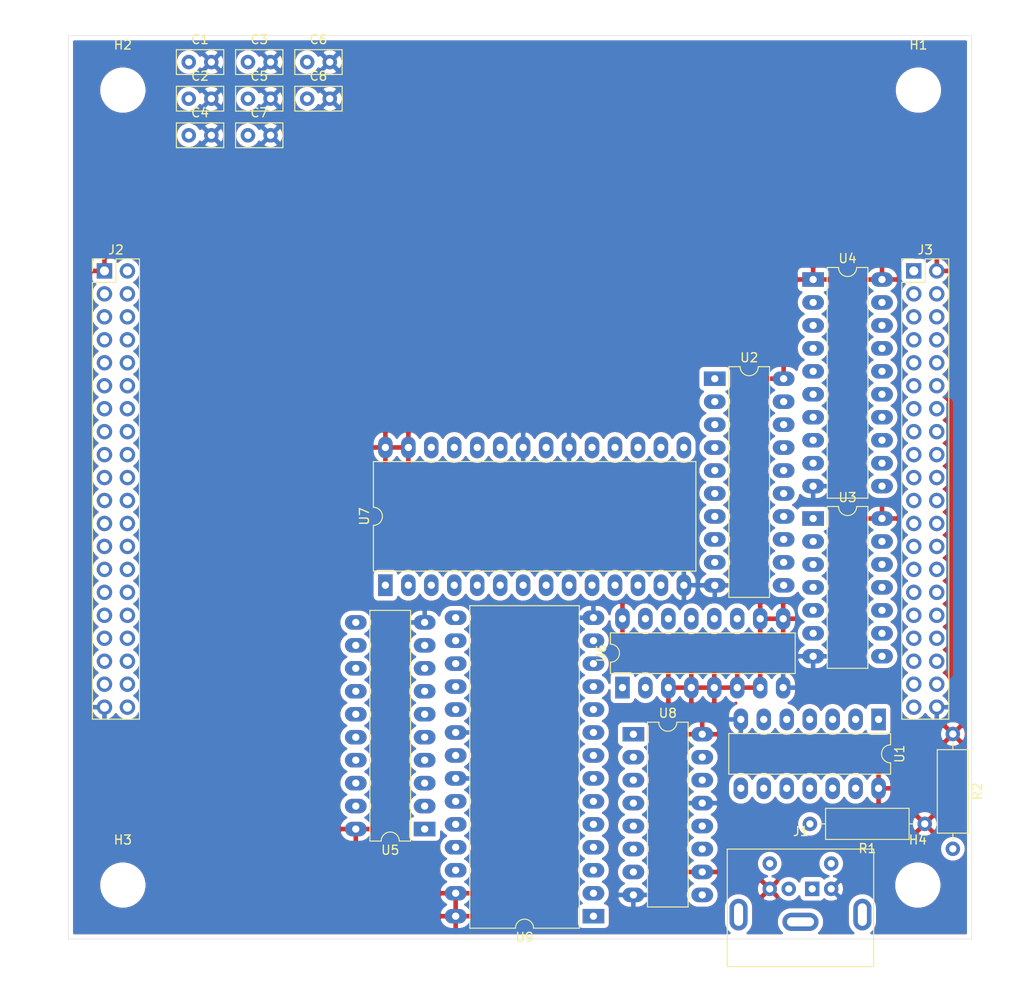
<source format=kicad_pcb>
(kicad_pcb (version 20171130) (host pcbnew "(5.1.4)-1")
  (layers (0 F.Cu signal) (31 B.Cu signal) (34 B.Paste user) (35 F.Paste user) (36 B.SilkS user) (37 F.SilkS user) (38 B.Mask user) (39 F.Mask user) (44 Edge.Cuts user))
  (net 0 "")
  (net 1 GND)
  (net 2 "Net-(C1-Pad1)")
  (net 3 +5V)
  (net 4 CU_CtrlLn11)
  (net 5 "Net-(J2-Pad3)")
  (net 6 CU_CtrlLn10)
  (net 7 "Net-(J2-Pad5)")
  (net 8 CU_CtrlLn9)
  (net 9 "Net-(J2-Pad7)")
  (net 10 CU_CtrlLn8)
  (net 11 "Net-(J2-Pad9)")
  (net 12 CU_CtrlLn7)
  (net 13 CLK_OUT)
  (net 14 CU_CtrlLn6)
  (net 15 Bus_0)
  (net 16 CU_CtrlLn5)
  (net 17 Bus_1)
  (net 18 CU_CtrlLn12)
  (net 19 Bus_2)
  (net 20 CU_CtrlLn13)
  (net 21 Bus_3)
  (net 22 CU_CtrlLn14)
  (net 23 Bus_4)
  (net 24 CU_CtrlLn15)
  (net 25 Bus_5)
  (net 26 CU_CtrlLn16)
  (net 27 Bus_6)
  (net 28 CU_CtrlLn17)
  (net 29 Bus_7)
  (net 30 CU_CtrlLn18)
  (net 31 M_RST)
  (net 32 CU_CtrlLn19)
  (net 33 "Net-(J2-Pad31)")
  (net 34 "Net-(J2-Pad32)")
  (net 35 "Net-(J2-Pad33)")
  (net 36 "Net-(J2-Pad34)")
  (net 37 "Net-(J2-Pad35)")
  (net 38 "Net-(J2-Pad36)")
  (net 39 "Net-(J2-Pad37)")
  (net 40 "Net-(J2-Pad38)")
  (net 41 "Net-(J2-Pad40)")
  (net 42 CU_MuEx_CtrlLn2)
  (net 43 CU_MuEx_CtrlLn3)
  (net 44 CU_MuEx_CtrlLn10)
  (net 45 CU_MuEx_CtrlLn4)
  (net 46 CU_MuEx_CtrlLn11)
  (net 47 CU_MuEx_CtrlLn5)
  (net 48 CU_MuEx_CtrlLn12)
  (net 49 CU_MuEx_CtrlLn6)
  (net 50 CU_MuEx_CtrlLn13)
  (net 51 CU_MuEx_CtrlLn7)
  (net 52 CU_MuEx_CtrlLn8)
  (net 53 CU_MuEx_CtrlLn9)
  (net 54 "Net-(J3-Pad17)")
  (net 55 "Net-(J3-Pad19)")
  (net 56 "Net-(J3-Pad21)")
  (net 57 KF)
  (net 58 EF)
  (net 59 CF)
  (net 60 CU_CtrlLn23)
  (net 61 CU_CtrlLn24)
  (net 62 CU_CtrlLn25)
  (net 63 "Net-(J3-Pad33)")
  (net 64 CU_CtrlLn26)
  (net 65 CU_CtrlLn20)
  (net 66 CU_CtrlLn27)
  (net 67 CU_CtrlLn21)
  (net 68 CU_MuEx_CtrlLn14)
  (net 69 CU_CtrlLn22)
  (net 70 PS2_D)
  (net 71 PS2_CLK)
  (net 72 "Net-(J1-Pad2)")
  (net 73 "Net-(J1-Pad1)")
  (net 74 Cntr_1)
  (net 75 "Net-(U1-Pad10)")
  (net 76 Cntr_3)
  (net 77 Cntr_Rst)
  (net 78 Cntr_0)
  (net 79 ASCII_Set)
  (net 80 "Net-(U1-Pad9)")
  (net 81 State_Output)
  (net 82 Shift_Latch)
  (net 83 "Net-(U2-Pad19)")
  (net 84 "Net-(U2-Pad9)")
  (net 85 ASCII_Bit_7)
  (net 86 ASCII_Bit_3)
  (net 87 ASCII_Bit_6)
  (net 88 ASCII_Bit_2)
  (net 89 "Net-(U2-Pad16)")
  (net 90 "Net-(U2-Pad6)")
  (net 91 "Net-(U2-Pad15)")
  (net 92 "Net-(U2-Pad5)")
  (net 93 ASCII_Bit_5)
  (net 94 ASCII_Bit_1)
  (net 95 ASCII_Bit_4)
  (net 96 ASCII_Bit_0)
  (net 97 "Net-(U2-Pad12)")
  (net 98 "Net-(U2-Pad2)")
  (net 99 "Net-(U3-Pad10)")
  (net 100 "Net-(U3-Pad1)")
  (net 101 "Net-(U5-Pad19)")
  (net 102 State_Break)
  (net 103 "Net-(U5-Pad18)")
  (net 104 State_Break_O)
  (net 105 State_Extra2_O)
  (net 106 State_Alt_O)
  (net 107 State_Extra2)
  (net 108 State_Alt)
  (net 109 State_Extra1)
  (net 110 State_Shift)
  (net 111 State_Extra1_O)
  (net 112 State_Shift_O)
  (net 113 State_Extra0_O)
  (net 114 State_Ctrl_O)
  (net 115 State_Extra0)
  (net 116 State_Ctrl)
  (net 117 "Net-(U6-Pad15)")
  (net 118 Cntr_2)
  (net 119 PS2_Bit_0)
  (net 120 PS2_Bit_1)
  (net 121 PS2_Bit_2)
  (net 122 PS2_Bit_3)
  (net 123 PS2_Bit_4)
  (net 124 PS2_Bit_5)
  (net 125 PS2_Bit_6)
  (net 126 PS2_Bit_7)
  (net 127 "Net-(U8-Pad9)")
  (module Package_DIP:DIP-28_W15.24mm_LongPads (layer F.Cu) (at 86.6902 122.2756 180)
    (fp_text reference U9 (at 7.62 -2.33) (layer F.SilkS))
    (fp_text value 28C256)
    (pad 28 thru_hole oval (at 15.24 0 180) (size 2.4 1.6) (drill 0.8) (layers *.Cu *.Mask) (net 3 +5V))
    (pad 14 thru_hole oval (at 0 33.02 180) (size 2.4 1.6) (drill 0.8) (layers *.Cu *.Mask) (net 1 GND))
    (pad 27 thru_hole oval (at 15.24 2.54 180) (size 2.4 1.6) (drill 0.8) (layers *.Cu *.Mask) (net 3 +5V))
    (pad 13 thru_hole oval (at 0 30.48 180) (size 2.4 1.6) (drill 0.8) (layers *.Cu *.Mask) (net 106 State_Alt_O))
    (pad 26 thru_hole oval (at 15.24 5.08 180) (size 2.4 1.6) (drill 0.8) (layers *.Cu *.Mask) (net 109 State_Extra1))
    (pad 12 thru_hole oval (at 0 27.94 180) (size 2.4 1.6) (drill 0.8) (layers *.Cu *.Mask) (net 112 State_Shift_O))
    (pad 25 thru_hole oval (at 15.24 7.62 180) (size 2.4 1.6) (drill 0.8) (layers *.Cu *.Mask) (net 116 State_Ctrl))
    (pad 11 thru_hole oval (at 0 25.4 180) (size 2.4 1.6) (drill 0.8) (layers *.Cu *.Mask) (net 114 State_Ctrl_O))
    (pad 24 thru_hole oval (at 15.24 10.16 180) (size 2.4 1.6) (drill 0.8) (layers *.Cu *.Mask) (net 110 State_Shift))
    (pad 10 thru_hole oval (at 0 22.86 180) (size 2.4 1.6) (drill 0.8) (layers *.Cu *.Mask) (net 119 PS2_Bit_0))
    (pad 23 thru_hole oval (at 15.24 12.7 180) (size 2.4 1.6) (drill 0.8) (layers *.Cu *.Mask) (net 102 State_Break))
    (pad 9 thru_hole oval (at 0 20.32 180) (size 2.4 1.6) (drill 0.8) (layers *.Cu *.Mask) (net 120 PS2_Bit_1))
    (pad 22 thru_hole oval (at 15.24 15.24 180) (size 2.4 1.6) (drill 0.8) (layers *.Cu *.Mask) (net 1 GND))
    (pad 8 thru_hole oval (at 0 17.78 180) (size 2.4 1.6) (drill 0.8) (layers *.Cu *.Mask) (net 121 PS2_Bit_2))
    (pad 21 thru_hole oval (at 15.24 17.78 180) (size 2.4 1.6) (drill 0.8) (layers *.Cu *.Mask) (net 108 State_Alt))
    (pad 7 thru_hole oval (at 0 15.24 180) (size 2.4 1.6) (drill 0.8) (layers *.Cu *.Mask) (net 122 PS2_Bit_3))
    (pad 20 thru_hole oval (at 15.24 20.32 180) (size 2.4 1.6) (drill 0.8) (layers *.Cu *.Mask) (net 1 GND))
    (pad 6 thru_hole oval (at 0 12.7 180) (size 2.4 1.6) (drill 0.8) (layers *.Cu *.Mask) (net 123 PS2_Bit_4))
    (pad 19 thru_hole oval (at 15.24 22.86 180) (size 2.4 1.6) (drill 0.8) (layers *.Cu *.Mask) (net 81 State_Output))
    (pad 5 thru_hole oval (at 0 10.16 180) (size 2.4 1.6) (drill 0.8) (layers *.Cu *.Mask) (net 124 PS2_Bit_5))
    (pad 18 thru_hole oval (at 15.24 25.4 180) (size 2.4 1.6) (drill 0.8) (layers *.Cu *.Mask) (net 105 State_Extra2_O))
    (pad 4 thru_hole oval (at 0 7.62 180) (size 2.4 1.6) (drill 0.8) (layers *.Cu *.Mask) (net 125 PS2_Bit_6))
    (pad 17 thru_hole oval (at 15.24 27.94 180) (size 2.4 1.6) (drill 0.8) (layers *.Cu *.Mask) (net 111 State_Extra1_O))
    (pad 3 thru_hole oval (at 0 5.08 180) (size 2.4 1.6) (drill 0.8) (layers *.Cu *.Mask) (net 126 PS2_Bit_7))
    (pad 16 thru_hole oval (at 15.24 30.48 180) (size 2.4 1.6) (drill 0.8) (layers *.Cu *.Mask) (net 113 State_Extra0_O))
    (pad 2 thru_hole oval (at 0 2.54 180) (size 2.4 1.6) (drill 0.8) (layers *.Cu *.Mask) (net 115 State_Extra0))
    (pad 15 thru_hole oval (at 15.24 33.02 180) (size 2.4 1.6) (drill 0.8) (layers *.Cu *.Mask) (net 104 State_Break_O))
    (pad 1 thru_hole rect (at 0 0 180) (size 2.4 1.6) (drill 0.8) (layers *.Cu *.Mask) (net 107 State_Extra2))
  )
  (module Package_DIP:DIP-16_W7.62mm_LongPads (layer F.Cu) (at 91.1098 102.1461)
    (fp_text reference U8 (at 3.81 -2.33) (layer F.SilkS))
    (fp_text value 74LS595)
    (pad 16 thru_hole oval (at 7.62 0) (size 2.4 1.6) (drill 0.8) (layers *.Cu *.Mask) (net 3 +5V))
    (pad 8 thru_hole oval (at 0 17.78) (size 2.4 1.6) (drill 0.8) (layers *.Cu *.Mask) (net 1 GND))
    (pad 15 thru_hole oval (at 7.62 2.54) (size 2.4 1.6) (drill 0.8) (layers *.Cu *.Mask) (net 119 PS2_Bit_0))
    (pad 7 thru_hole oval (at 0 15.24) (size 2.4 1.6) (drill 0.8) (layers *.Cu *.Mask) (net 126 PS2_Bit_7))
    (pad 14 thru_hole oval (at 7.62 5.08) (size 2.4 1.6) (drill 0.8) (layers *.Cu *.Mask) (net 70 PS2_D))
    (pad 6 thru_hole oval (at 0 12.7) (size 2.4 1.6) (drill 0.8) (layers *.Cu *.Mask) (net 125 PS2_Bit_6))
    (pad 13 thru_hole oval (at 7.62 7.62) (size 2.4 1.6) (drill 0.8) (layers *.Cu *.Mask) (net 1 GND))
    (pad 5 thru_hole oval (at 0 10.16) (size 2.4 1.6) (drill 0.8) (layers *.Cu *.Mask) (net 124 PS2_Bit_5))
    (pad 12 thru_hole oval (at 7.62 10.16) (size 2.4 1.6) (drill 0.8) (layers *.Cu *.Mask) (net 82 Shift_Latch))
    (pad 4 thru_hole oval (at 0 7.62) (size 2.4 1.6) (drill 0.8) (layers *.Cu *.Mask) (net 123 PS2_Bit_4))
    (pad 11 thru_hole oval (at 7.62 12.7) (size 2.4 1.6) (drill 0.8) (layers *.Cu *.Mask) (net 71 PS2_CLK))
    (pad 3 thru_hole oval (at 0 5.08) (size 2.4 1.6) (drill 0.8) (layers *.Cu *.Mask) (net 122 PS2_Bit_3))
    (pad 10 thru_hole oval (at 7.62 15.24) (size 2.4 1.6) (drill 0.8) (layers *.Cu *.Mask) (net 3 +5V))
    (pad 2 thru_hole oval (at 0 2.54) (size 2.4 1.6) (drill 0.8) (layers *.Cu *.Mask) (net 121 PS2_Bit_2))
    (pad 9 thru_hole oval (at 7.62 17.78) (size 2.4 1.6) (drill 0.8) (layers *.Cu *.Mask) (net 127 "Net-(U8-Pad9)"))
    (pad 1 thru_hole rect (at 0 0) (size 2.4 1.6) (drill 0.8) (layers *.Cu *.Mask) (net 120 PS2_Bit_1))
  )
  (module Package_DIP:DIP-28_W15.24mm_LongPads (layer F.Cu) (at 63.6778 85.6615 90)
    (fp_text reference U7 (at 7.62 -2.33 90) (layer F.SilkS))
    (fp_text value 28C256)
    (pad 28 thru_hole oval (at 15.24 0 90) (size 2.4 1.6) (drill 0.8) (layers *.Cu *.Mask) (net 3 +5V))
    (pad 14 thru_hole oval (at 0 33.02 90) (size 2.4 1.6) (drill 0.8) (layers *.Cu *.Mask) (net 1 GND))
    (pad 27 thru_hole oval (at 15.24 2.54 90) (size 2.4 1.6) (drill 0.8) (layers *.Cu *.Mask) (net 3 +5V))
    (pad 13 thru_hole oval (at 0 30.48 90) (size 2.4 1.6) (drill 0.8) (layers *.Cu *.Mask) (net 88 ASCII_Bit_2))
    (pad 26 thru_hole oval (at 15.24 5.08 90) (size 2.4 1.6) (drill 0.8) (layers *.Cu *.Mask) (net 109 State_Extra1))
    (pad 12 thru_hole oval (at 0 27.94 90) (size 2.4 1.6) (drill 0.8) (layers *.Cu *.Mask) (net 94 ASCII_Bit_1))
    (pad 25 thru_hole oval (at 15.24 7.62 90) (size 2.4 1.6) (drill 0.8) (layers *.Cu *.Mask) (net 116 State_Ctrl))
    (pad 11 thru_hole oval (at 0 25.4 90) (size 2.4 1.6) (drill 0.8) (layers *.Cu *.Mask) (net 96 ASCII_Bit_0))
    (pad 24 thru_hole oval (at 15.24 10.16 90) (size 2.4 1.6) (drill 0.8) (layers *.Cu *.Mask) (net 110 State_Shift))
    (pad 10 thru_hole oval (at 0 22.86 90) (size 2.4 1.6) (drill 0.8) (layers *.Cu *.Mask) (net 119 PS2_Bit_0))
    (pad 23 thru_hole oval (at 15.24 12.7 90) (size 2.4 1.6) (drill 0.8) (layers *.Cu *.Mask) (net 102 State_Break))
    (pad 9 thru_hole oval (at 0 20.32 90) (size 2.4 1.6) (drill 0.8) (layers *.Cu *.Mask) (net 120 PS2_Bit_1))
    (pad 22 thru_hole oval (at 15.24 15.24 90) (size 2.4 1.6) (drill 0.8) (layers *.Cu *.Mask) (net 1 GND))
    (pad 8 thru_hole oval (at 0 17.78 90) (size 2.4 1.6) (drill 0.8) (layers *.Cu *.Mask) (net 121 PS2_Bit_2))
    (pad 21 thru_hole oval (at 15.24 17.78 90) (size 2.4 1.6) (drill 0.8) (layers *.Cu *.Mask) (net 108 State_Alt))
    (pad 7 thru_hole oval (at 0 15.24 90) (size 2.4 1.6) (drill 0.8) (layers *.Cu *.Mask) (net 122 PS2_Bit_3))
    (pad 20 thru_hole oval (at 15.24 20.32 90) (size 2.4 1.6) (drill 0.8) (layers *.Cu *.Mask) (net 1 GND))
    (pad 6 thru_hole oval (at 0 12.7 90) (size 2.4 1.6) (drill 0.8) (layers *.Cu *.Mask) (net 123 PS2_Bit_4))
    (pad 19 thru_hole oval (at 15.24 22.86 90) (size 2.4 1.6) (drill 0.8) (layers *.Cu *.Mask) (net 85 ASCII_Bit_7))
    (pad 5 thru_hole oval (at 0 10.16 90) (size 2.4 1.6) (drill 0.8) (layers *.Cu *.Mask) (net 124 PS2_Bit_5))
    (pad 18 thru_hole oval (at 15.24 25.4 90) (size 2.4 1.6) (drill 0.8) (layers *.Cu *.Mask) (net 87 ASCII_Bit_6))
    (pad 4 thru_hole oval (at 0 7.62 90) (size 2.4 1.6) (drill 0.8) (layers *.Cu *.Mask) (net 125 PS2_Bit_6))
    (pad 17 thru_hole oval (at 15.24 27.94 90) (size 2.4 1.6) (drill 0.8) (layers *.Cu *.Mask) (net 93 ASCII_Bit_5))
    (pad 3 thru_hole oval (at 0 5.08 90) (size 2.4 1.6) (drill 0.8) (layers *.Cu *.Mask) (net 126 PS2_Bit_7))
    (pad 16 thru_hole oval (at 15.24 30.48 90) (size 2.4 1.6) (drill 0.8) (layers *.Cu *.Mask) (net 95 ASCII_Bit_4))
    (pad 2 thru_hole oval (at 0 2.54 90) (size 2.4 1.6) (drill 0.8) (layers *.Cu *.Mask) (net 115 State_Extra0))
    (pad 15 thru_hole oval (at 15.24 33.02 90) (size 2.4 1.6) (drill 0.8) (layers *.Cu *.Mask) (net 86 ASCII_Bit_3))
    (pad 1 thru_hole rect (at 0 0 90) (size 2.4 1.6) (drill 0.8) (layers *.Cu *.Mask) (net 107 State_Extra2))
  )
  (module Package_DIP:DIP-16_W7.62mm_LongPads (layer F.Cu) (at 89.9033 96.9899 90)
    (fp_text reference U6 (at 3.81 -2.33 90) (layer F.SilkS))
    (fp_text value 74LS161)
    (pad 16 thru_hole oval (at 7.62 0 90) (size 2.4 1.6) (drill 0.8) (layers *.Cu *.Mask) (net 3 +5V))
    (pad 8 thru_hole oval (at 0 17.78 90) (size 2.4 1.6) (drill 0.8) (layers *.Cu *.Mask) (net 1 GND))
    (pad 15 thru_hole oval (at 7.62 2.54 90) (size 2.4 1.6) (drill 0.8) (layers *.Cu *.Mask) (net 117 "Net-(U6-Pad15)"))
    (pad 7 thru_hole oval (at 0 15.24 90) (size 2.4 1.6) (drill 0.8) (layers *.Cu *.Mask) (net 3 +5V))
    (pad 14 thru_hole oval (at 7.62 5.08 90) (size 2.4 1.6) (drill 0.8) (layers *.Cu *.Mask) (net 78 Cntr_0))
    (pad 6 thru_hole oval (at 0 12.7 90) (size 2.4 1.6) (drill 0.8) (layers *.Cu *.Mask) (net 3 +5V))
    (pad 13 thru_hole oval (at 7.62 7.62 90) (size 2.4 1.6) (drill 0.8) (layers *.Cu *.Mask) (net 74 Cntr_1))
    (pad 5 thru_hole oval (at 0 10.16 90) (size 2.4 1.6) (drill 0.8) (layers *.Cu *.Mask) (net 3 +5V))
    (pad 12 thru_hole oval (at 7.62 10.16 90) (size 2.4 1.6) (drill 0.8) (layers *.Cu *.Mask) (net 118 Cntr_2))
    (pad 4 thru_hole oval (at 0 7.62 90) (size 2.4 1.6) (drill 0.8) (layers *.Cu *.Mask) (net 3 +5V))
    (pad 11 thru_hole oval (at 7.62 12.7 90) (size 2.4 1.6) (drill 0.8) (layers *.Cu *.Mask) (net 76 Cntr_3))
    (pad 3 thru_hole oval (at 0 5.08 90) (size 2.4 1.6) (drill 0.8) (layers *.Cu *.Mask) (net 3 +5V))
    (pad 10 thru_hole oval (at 7.62 15.24 90) (size 2.4 1.6) (drill 0.8) (layers *.Cu *.Mask) (net 3 +5V))
    (pad 2 thru_hole oval (at 0 2.54 90) (size 2.4 1.6) (drill 0.8) (layers *.Cu *.Mask) (net 71 PS2_CLK))
    (pad 9 thru_hole oval (at 7.62 17.78 90) (size 2.4 1.6) (drill 0.8) (layers *.Cu *.Mask) (net 3 +5V))
    (pad 1 thru_hole rect (at 0 0 90) (size 2.4 1.6) (drill 0.8) (layers *.Cu *.Mask) (net 77 Cntr_Rst))
  )
  (module Package_DIP:DIP-20_W7.62mm_LongPads (layer F.Cu) (at 68.0212 112.6363 180)
    (fp_text reference U5 (at 3.81 -2.33) (layer F.SilkS))
    (fp_text value 74LS273)
    (pad 20 thru_hole oval (at 7.62 0 180) (size 2.4 1.6) (drill 0.8) (layers *.Cu *.Mask) (net 3 +5V))
    (pad 10 thru_hole oval (at 0 22.86 180) (size 2.4 1.6) (drill 0.8) (layers *.Cu *.Mask) (net 1 GND))
    (pad 19 thru_hole oval (at 7.62 2.54 180) (size 2.4 1.6) (drill 0.8) (layers *.Cu *.Mask) (net 101 "Net-(U5-Pad19)"))
    (pad 9 thru_hole oval (at 0 20.32 180) (size 2.4 1.6) (drill 0.8) (layers *.Cu *.Mask) (net 102 State_Break))
    (pad 18 thru_hole oval (at 7.62 5.08 180) (size 2.4 1.6) (drill 0.8) (layers *.Cu *.Mask) (net 103 "Net-(U5-Pad18)"))
    (pad 8 thru_hole oval (at 0 17.78 180) (size 2.4 1.6) (drill 0.8) (layers *.Cu *.Mask) (net 104 State_Break_O))
    (pad 17 thru_hole oval (at 7.62 7.62 180) (size 2.4 1.6) (drill 0.8) (layers *.Cu *.Mask) (net 105 State_Extra2_O))
    (pad 7 thru_hole oval (at 0 15.24 180) (size 2.4 1.6) (drill 0.8) (layers *.Cu *.Mask) (net 106 State_Alt_O))
    (pad 16 thru_hole oval (at 7.62 10.16 180) (size 2.4 1.6) (drill 0.8) (layers *.Cu *.Mask) (net 107 State_Extra2))
    (pad 6 thru_hole oval (at 0 12.7 180) (size 2.4 1.6) (drill 0.8) (layers *.Cu *.Mask) (net 108 State_Alt))
    (pad 15 thru_hole oval (at 7.62 12.7 180) (size 2.4 1.6) (drill 0.8) (layers *.Cu *.Mask) (net 109 State_Extra1))
    (pad 5 thru_hole oval (at 0 10.16 180) (size 2.4 1.6) (drill 0.8) (layers *.Cu *.Mask) (net 110 State_Shift))
    (pad 14 thru_hole oval (at 7.62 15.24 180) (size 2.4 1.6) (drill 0.8) (layers *.Cu *.Mask) (net 111 State_Extra1_O))
    (pad 4 thru_hole oval (at 0 7.62 180) (size 2.4 1.6) (drill 0.8) (layers *.Cu *.Mask) (net 112 State_Shift_O))
    (pad 13 thru_hole oval (at 7.62 17.78 180) (size 2.4 1.6) (drill 0.8) (layers *.Cu *.Mask) (net 113 State_Extra0_O))
    (pad 3 thru_hole oval (at 0 5.08 180) (size 2.4 1.6) (drill 0.8) (layers *.Cu *.Mask) (net 114 State_Ctrl_O))
    (pad 12 thru_hole oval (at 7.62 20.32 180) (size 2.4 1.6) (drill 0.8) (layers *.Cu *.Mask) (net 115 State_Extra0))
    (pad 2 thru_hole oval (at 0 2.54 180) (size 2.4 1.6) (drill 0.8) (layers *.Cu *.Mask) (net 116 State_Ctrl))
    (pad 11 thru_hole oval (at 7.62 22.86 180) (size 2.4 1.6) (drill 0.8) (layers *.Cu *.Mask) (net 77 Cntr_Rst))
    (pad 1 thru_hole rect (at 0 0 180) (size 2.4 1.6) (drill 0.8) (layers *.Cu *.Mask) (net 31 M_RST))
  )
  (module Package_DIP:DIP-20_W7.62mm_LongPads (layer F.Cu) (at 110.998 51.8414)
    (fp_text reference U4 (at 3.81 -2.33) (layer F.SilkS))
    (fp_text value 74LS245)
    (pad 20 thru_hole oval (at 7.62 0) (size 2.4 1.6) (drill 0.8) (layers *.Cu *.Mask) (net 3 +5V))
    (pad 10 thru_hole oval (at 0 22.86) (size 2.4 1.6) (drill 0.8) (layers *.Cu *.Mask) (net 1 GND))
    (pad 19 thru_hole oval (at 7.62 2.54) (size 2.4 1.6) (drill 0.8) (layers *.Cu *.Mask) (net 100 "Net-(U3-Pad1)"))
    (pad 9 thru_hole oval (at 0 20.32) (size 2.4 1.6) (drill 0.8) (layers *.Cu *.Mask) (net 83 "Net-(U2-Pad19)"))
    (pad 18 thru_hole oval (at 7.62 5.08) (size 2.4 1.6) (drill 0.8) (layers *.Cu *.Mask) (net 15 Bus_0))
    (pad 8 thru_hole oval (at 0 17.78) (size 2.4 1.6) (drill 0.8) (layers *.Cu *.Mask) (net 89 "Net-(U2-Pad16)"))
    (pad 17 thru_hole oval (at 7.62 7.62) (size 2.4 1.6) (drill 0.8) (layers *.Cu *.Mask) (net 17 Bus_1))
    (pad 7 thru_hole oval (at 0 15.24) (size 2.4 1.6) (drill 0.8) (layers *.Cu *.Mask) (net 91 "Net-(U2-Pad15)"))
    (pad 16 thru_hole oval (at 7.62 10.16) (size 2.4 1.6) (drill 0.8) (layers *.Cu *.Mask) (net 19 Bus_2))
    (pad 6 thru_hole oval (at 0 12.7) (size 2.4 1.6) (drill 0.8) (layers *.Cu *.Mask) (net 97 "Net-(U2-Pad12)"))
    (pad 15 thru_hole oval (at 7.62 12.7) (size 2.4 1.6) (drill 0.8) (layers *.Cu *.Mask) (net 21 Bus_3))
    (pad 5 thru_hole oval (at 0 10.16) (size 2.4 1.6) (drill 0.8) (layers *.Cu *.Mask) (net 84 "Net-(U2-Pad9)"))
    (pad 14 thru_hole oval (at 7.62 15.24) (size 2.4 1.6) (drill 0.8) (layers *.Cu *.Mask) (net 23 Bus_4))
    (pad 4 thru_hole oval (at 0 7.62) (size 2.4 1.6) (drill 0.8) (layers *.Cu *.Mask) (net 90 "Net-(U2-Pad6)"))
    (pad 13 thru_hole oval (at 7.62 17.78) (size 2.4 1.6) (drill 0.8) (layers *.Cu *.Mask) (net 25 Bus_5))
    (pad 3 thru_hole oval (at 0 5.08) (size 2.4 1.6) (drill 0.8) (layers *.Cu *.Mask) (net 92 "Net-(U2-Pad5)"))
    (pad 12 thru_hole oval (at 7.62 20.32) (size 2.4 1.6) (drill 0.8) (layers *.Cu *.Mask) (net 27 Bus_6))
    (pad 2 thru_hole oval (at 0 2.54) (size 2.4 1.6) (drill 0.8) (layers *.Cu *.Mask) (net 98 "Net-(U2-Pad2)"))
    (pad 11 thru_hole oval (at 7.62 22.86) (size 2.4 1.6) (drill 0.8) (layers *.Cu *.Mask) (net 29 Bus_7))
    (pad 1 thru_hole rect (at 0 0) (size 2.4 1.6) (drill 0.8) (layers *.Cu *.Mask) (net 3 +5V))
  )
  (module Package_DIP:DIP-14_W7.62mm_LongPads (layer F.Cu) (at 110.998 78.2828)
    (fp_text reference U3 (at 3.81 -2.33) (layer F.SilkS))
    (fp_text value 7402)
    (pad 14 thru_hole oval (at 7.62 0) (size 2.4 1.6) (drill 0.8) (layers *.Cu *.Mask) (net 3 +5V))
    (pad 7 thru_hole oval (at 0 15.24) (size 2.4 1.6) (drill 0.8) (layers *.Cu *.Mask) (net 1 GND))
    (pad 13 thru_hole oval (at 7.62 2.54) (size 2.4 1.6) (drill 0.8) (layers *.Cu *.Mask) (net 80 "Net-(U1-Pad9)"))
    (pad 6 thru_hole oval (at 0 12.7) (size 2.4 1.6) (drill 0.8) (layers *.Cu *.Mask) (net 99 "Net-(U3-Pad10)"))
    (pad 12 thru_hole oval (at 7.62 5.08) (size 2.4 1.6) (drill 0.8) (layers *.Cu *.Mask) (net 74 Cntr_1))
    (pad 5 thru_hole oval (at 0 10.16) (size 2.4 1.6) (drill 0.8) (layers *.Cu *.Mask) (net 49 CU_MuEx_CtrlLn6))
    (pad 11 thru_hole oval (at 7.62 7.62) (size 2.4 1.6) (drill 0.8) (layers *.Cu *.Mask) (net 74 Cntr_1))
    (pad 4 thru_hole oval (at 0 7.62) (size 2.4 1.6) (drill 0.8) (layers *.Cu *.Mask) (net 57 KF))
    (pad 10 thru_hole oval (at 7.62 10.16) (size 2.4 1.6) (drill 0.8) (layers *.Cu *.Mask) (net 99 "Net-(U3-Pad10)"))
    (pad 3 thru_hole oval (at 0 5.08) (size 2.4 1.6) (drill 0.8) (layers *.Cu *.Mask) (net 49 CU_MuEx_CtrlLn6))
    (pad 9 thru_hole oval (at 7.62 12.7) (size 2.4 1.6) (drill 0.8) (layers *.Cu *.Mask) (net 79 ASCII_Set))
    (pad 2 thru_hole oval (at 0 2.54) (size 2.4 1.6) (drill 0.8) (layers *.Cu *.Mask) (net 49 CU_MuEx_CtrlLn6))
    (pad 8 thru_hole oval (at 7.62 15.24) (size 2.4 1.6) (drill 0.8) (layers *.Cu *.Mask) (net 57 KF))
    (pad 1 thru_hole rect (at 0 0) (size 2.4 1.6) (drill 0.8) (layers *.Cu *.Mask) (net 100 "Net-(U3-Pad1)"))
  )
  (module Package_DIP:DIP-20_W7.62mm_LongPads (layer F.Cu) (at 100.1141 62.8142)
    (fp_text reference U2 (at 3.81 -2.33) (layer F.SilkS))
    (fp_text value 74LS273)
    (pad 20 thru_hole oval (at 7.62 0) (size 2.4 1.6) (drill 0.8) (layers *.Cu *.Mask) (net 3 +5V))
    (pad 10 thru_hole oval (at 0 22.86) (size 2.4 1.6) (drill 0.8) (layers *.Cu *.Mask) (net 1 GND))
    (pad 19 thru_hole oval (at 7.62 2.54) (size 2.4 1.6) (drill 0.8) (layers *.Cu *.Mask) (net 83 "Net-(U2-Pad19)"))
    (pad 9 thru_hole oval (at 0 20.32) (size 2.4 1.6) (drill 0.8) (layers *.Cu *.Mask) (net 84 "Net-(U2-Pad9)"))
    (pad 18 thru_hole oval (at 7.62 5.08) (size 2.4 1.6) (drill 0.8) (layers *.Cu *.Mask) (net 85 ASCII_Bit_7))
    (pad 8 thru_hole oval (at 0 17.78) (size 2.4 1.6) (drill 0.8) (layers *.Cu *.Mask) (net 86 ASCII_Bit_3))
    (pad 17 thru_hole oval (at 7.62 7.62) (size 2.4 1.6) (drill 0.8) (layers *.Cu *.Mask) (net 87 ASCII_Bit_6))
    (pad 7 thru_hole oval (at 0 15.24) (size 2.4 1.6) (drill 0.8) (layers *.Cu *.Mask) (net 88 ASCII_Bit_2))
    (pad 16 thru_hole oval (at 7.62 10.16) (size 2.4 1.6) (drill 0.8) (layers *.Cu *.Mask) (net 89 "Net-(U2-Pad16)"))
    (pad 6 thru_hole oval (at 0 12.7) (size 2.4 1.6) (drill 0.8) (layers *.Cu *.Mask) (net 90 "Net-(U2-Pad6)"))
    (pad 15 thru_hole oval (at 7.62 12.7) (size 2.4 1.6) (drill 0.8) (layers *.Cu *.Mask) (net 91 "Net-(U2-Pad15)"))
    (pad 5 thru_hole oval (at 0 10.16) (size 2.4 1.6) (drill 0.8) (layers *.Cu *.Mask) (net 92 "Net-(U2-Pad5)"))
    (pad 14 thru_hole oval (at 7.62 15.24) (size 2.4 1.6) (drill 0.8) (layers *.Cu *.Mask) (net 93 ASCII_Bit_5))
    (pad 4 thru_hole oval (at 0 7.62) (size 2.4 1.6) (drill 0.8) (layers *.Cu *.Mask) (net 94 ASCII_Bit_1))
    (pad 13 thru_hole oval (at 7.62 17.78) (size 2.4 1.6) (drill 0.8) (layers *.Cu *.Mask) (net 95 ASCII_Bit_4))
    (pad 3 thru_hole oval (at 0 5.08) (size 2.4 1.6) (drill 0.8) (layers *.Cu *.Mask) (net 96 ASCII_Bit_0))
    (pad 12 thru_hole oval (at 7.62 20.32) (size 2.4 1.6) (drill 0.8) (layers *.Cu *.Mask) (net 97 "Net-(U2-Pad12)"))
    (pad 2 thru_hole oval (at 0 2.54) (size 2.4 1.6) (drill 0.8) (layers *.Cu *.Mask) (net 98 "Net-(U2-Pad2)"))
    (pad 11 thru_hole oval (at 7.62 22.86) (size 2.4 1.6) (drill 0.8) (layers *.Cu *.Mask) (net 79 ASCII_Set))
    (pad 1 thru_hole rect (at 0 0) (size 2.4 1.6) (drill 0.8) (layers *.Cu *.Mask) (net 31 M_RST))
  )
  (module Package_DIP:DIP-14_W7.62mm_LongPads (layer F.Cu) (at 118.237 100.5078 270)
    (fp_text reference U1 (at 3.81 -2.33 90) (layer F.SilkS))
    (fp_text value 74LS08)
    (pad 14 thru_hole oval (at 7.62 0 270) (size 2.4 1.6) (drill 0.8) (layers *.Cu *.Mask) (net 3 +5V))
    (pad 7 thru_hole oval (at 0 15.24 270) (size 2.4 1.6) (drill 0.8) (layers *.Cu *.Mask) (net 1 GND))
    (pad 13 thru_hole oval (at 7.62 2.54 270) (size 2.4 1.6) (drill 0.8) (layers *.Cu *.Mask) (net 74 Cntr_1))
    (pad 6 thru_hole oval (at 0 12.7 270) (size 2.4 1.6) (drill 0.8) (layers *.Cu *.Mask) (net 75 "Net-(U1-Pad10)"))
    (pad 12 thru_hole oval (at 7.62 5.08 270) (size 2.4 1.6) (drill 0.8) (layers *.Cu *.Mask) (net 75 "Net-(U1-Pad10)"))
    (pad 5 thru_hole oval (at 0 10.16 270) (size 2.4 1.6) (drill 0.8) (layers *.Cu *.Mask) (net 76 Cntr_3))
    (pad 11 thru_hole oval (at 7.62 7.62 270) (size 2.4 1.6) (drill 0.8) (layers *.Cu *.Mask) (net 77 Cntr_Rst))
    (pad 4 thru_hole oval (at 0 7.62 270) (size 2.4 1.6) (drill 0.8) (layers *.Cu *.Mask) (net 78 Cntr_0))
    (pad 10 thru_hole oval (at 7.62 10.16 270) (size 2.4 1.6) (drill 0.8) (layers *.Cu *.Mask) (net 75 "Net-(U1-Pad10)"))
    (pad 3 thru_hole oval (at 0 5.08 270) (size 2.4 1.6) (drill 0.8) (layers *.Cu *.Mask) (net 79 ASCII_Set))
    (pad 9 thru_hole oval (at 7.62 12.7 270) (size 2.4 1.6) (drill 0.8) (layers *.Cu *.Mask) (net 80 "Net-(U1-Pad9)"))
    (pad 2 thru_hole oval (at 0 2.54 270) (size 2.4 1.6) (drill 0.8) (layers *.Cu *.Mask) (net 81 State_Output))
    (pad 8 thru_hole oval (at 7.62 15.24 270) (size 2.4 1.6) (drill 0.8) (layers *.Cu *.Mask) (net 82 Shift_Latch))
    (pad 1 thru_hole rect (at 0 0 270) (size 2.4 1.6) (drill 0.8) (layers *.Cu *.Mask) (net 77 Cntr_Rst))
  )
  (module Resistor_THT:R_Axial_DIN0309_L9.0mm_D3.2mm_P12.70mm_Horizontal (layer F.Cu) (at 126.4539 102.1207 270)
    (fp_text reference R2 (at 6.35 -2.72 90) (layer F.SilkS))
    (fp_text value 10k)
    (pad 2 thru_hole oval (at 12.7 0 270) (size 1.6 1.6) (drill 0.8) (layers *.Cu *.Mask) (net 71 PS2_CLK))
    (pad 1 thru_hole circle (at 0 0 270) (size 1.6 1.6) (drill 0.8) (layers *.Cu *.Mask) (net 3 +5V))
  )
  (module Resistor_THT:R_Axial_DIN0309_L9.0mm_D3.2mm_P12.70mm_Horizontal (layer F.Cu) (at 123.3424 112.0648 180)
    (fp_text reference R1 (at 6.35 -2.72) (layer F.SilkS))
    (fp_text value 10k)
    (pad 2 thru_hole oval (at 12.7 0 180) (size 1.6 1.6) (drill 0.8) (layers *.Cu *.Mask) (net 70 PS2_D))
    (pad 1 thru_hole circle (at 0 0 180) (size 1.6 1.6) (drill 0.8) (layers *.Cu *.Mask) (net 3 +5V))
  )
  (module "custom lib:Connector_Mini-DIN_Female_6Pin_2rows" (layer F.Cu) (at 110.8964 119.253)
    (fp_text reference J1 (at -1.27 -6.35) (layer F.SilkS))
    (fp_text value Mini-DIN-6)
    (pad 7 thru_hole oval (at -1.3 3.65) (size 4 2) (drill oval 3 1) (layers *.Cu *.Mask))
    (pad 6 thru_hole circle (at -4.7 -2.8) (size 1.6 1.6) (drill 0.8) (layers *.Cu *.Mask) (net 70 PS2_D))
    (pad 5 thru_hole circle (at 2.1 -2.8) (size 1.6 1.6) (drill 0.8) (layers *.Cu *.Mask) (net 71 PS2_CLK))
    (pad 4 thru_hole circle (at -4.7 0) (size 1.6 1.6) (drill 0.8) (layers *.Cu *.Mask) (net 3 +5V))
    (pad 3 thru_hole circle (at 2.1 0) (size 1.6 1.6) (drill 0.8) (layers *.Cu *.Mask) (net 1 GND))
    (pad 2 thru_hole circle (at -2.6 0) (size 1.6 1.6) (drill 0.8) (layers *.Cu *.Mask) (net 72 "Net-(J1-Pad2)"))
    (pad 1 thru_hole rect (at 0 0) (size 1.6 1.6) (drill 0.8) (layers *.Cu *.Mask) (net 73 "Net-(J1-Pad1)"))
    (pad 7 thru_hole oval (at 5.55 2.85) (size 2 3.5) (drill oval 1 2.5) (layers *.Cu *.Mask))
    (pad 7 thru_hole oval (at -8.15 2.85) (size 2 3.5) (drill oval 1 2.5) (layers *.Cu *.Mask))
  )
  (module Capacitor_THT:C_Disc_D5.0mm_W2.5mm_P2.50mm (layer F.Cu) (at 55.0227 31.8376)
    (fp_text reference C8 (at 1.25 -2.5) (layer F.SilkS))
    (fp_text value 100nf)
    (pad 2 thru_hole circle (at 2.5 0) (size 1.6 1.6) (drill 0.8) (layers *.Cu *.Mask) (net 1 GND))
    (pad 1 thru_hole circle (at 0 0) (size 1.6 1.6) (drill 0.8) (layers *.Cu *.Mask) (net 2 "Net-(C1-Pad1)"))
  )
  (module Capacitor_THT:C_Disc_D5.0mm_W2.5mm_P2.50mm (layer F.Cu) (at 48.4727 35.8876)
    (fp_text reference C7 (at 1.25 -2.5) (layer F.SilkS))
    (fp_text value 100nf)
    (pad 2 thru_hole circle (at 2.5 0) (size 1.6 1.6) (drill 0.8) (layers *.Cu *.Mask) (net 1 GND))
    (pad 1 thru_hole circle (at 0 0) (size 1.6 1.6) (drill 0.8) (layers *.Cu *.Mask) (net 2 "Net-(C1-Pad1)"))
  )
  (module Capacitor_THT:C_Disc_D5.0mm_W2.5mm_P2.50mm (layer F.Cu) (at 55.0227 27.7876)
    (fp_text reference C6 (at 1.25 -2.5) (layer F.SilkS))
    (fp_text value 100nf)
    (pad 2 thru_hole circle (at 2.5 0) (size 1.6 1.6) (drill 0.8) (layers *.Cu *.Mask) (net 1 GND))
    (pad 1 thru_hole circle (at 0 0) (size 1.6 1.6) (drill 0.8) (layers *.Cu *.Mask) (net 2 "Net-(C1-Pad1)"))
  )
  (module Capacitor_THT:C_Disc_D5.0mm_W2.5mm_P2.50mm (layer F.Cu) (at 48.4727 31.8376)
    (fp_text reference C5 (at 1.25 -2.5) (layer F.SilkS))
    (fp_text value 100nf)
    (pad 2 thru_hole circle (at 2.5 0) (size 1.6 1.6) (drill 0.8) (layers *.Cu *.Mask) (net 1 GND))
    (pad 1 thru_hole circle (at 0 0) (size 1.6 1.6) (drill 0.8) (layers *.Cu *.Mask) (net 2 "Net-(C1-Pad1)"))
  )
  (module Capacitor_THT:C_Disc_D5.0mm_W2.5mm_P2.50mm (layer F.Cu) (at 41.9227 35.8876)
    (fp_text reference C4 (at 1.25 -2.5) (layer F.SilkS))
    (fp_text value 100nf)
    (pad 2 thru_hole circle (at 2.5 0) (size 1.6 1.6) (drill 0.8) (layers *.Cu *.Mask) (net 1 GND))
    (pad 1 thru_hole circle (at 0 0) (size 1.6 1.6) (drill 0.8) (layers *.Cu *.Mask) (net 2 "Net-(C1-Pad1)"))
  )
  (module Capacitor_THT:C_Disc_D5.0mm_W2.5mm_P2.50mm (layer F.Cu) (at 48.4727 27.7876)
    (fp_text reference C3 (at 1.25 -2.5) (layer F.SilkS))
    (fp_text value 100nf)
    (pad 2 thru_hole circle (at 2.5 0) (size 1.6 1.6) (drill 0.8) (layers *.Cu *.Mask) (net 1 GND))
    (pad 1 thru_hole circle (at 0 0) (size 1.6 1.6) (drill 0.8) (layers *.Cu *.Mask) (net 2 "Net-(C1-Pad1)"))
  )
  (module Capacitor_THT:C_Disc_D5.0mm_W2.5mm_P2.50mm (layer F.Cu) (at 41.9227 31.8376)
    (fp_text reference C2 (at 1.25 -2.5) (layer F.SilkS))
    (fp_text value 100nf)
    (pad 2 thru_hole circle (at 2.5 0) (size 1.6 1.6) (drill 0.8) (layers *.Cu *.Mask) (net 1 GND))
    (pad 1 thru_hole circle (at 0 0) (size 1.6 1.6) (drill 0.8) (layers *.Cu *.Mask) (net 2 "Net-(C1-Pad1)"))
  )
  (module Capacitor_THT:C_Disc_D5.0mm_W2.5mm_P2.50mm (layer F.Cu) (at 41.9227 27.7876)
    (fp_text reference C1 (at 1.25 -2.5) (layer F.SilkS))
    (fp_text value 100nf)
    (pad 2 thru_hole circle (at 2.5 0) (size 1.6 1.6) (drill 0.8) (layers *.Cu *.Mask) (net 1 GND))
    (pad 1 thru_hole circle (at 0 0) (size 1.6 1.6) (drill 0.8) (layers *.Cu *.Mask) (net 2 "Net-(C1-Pad1)"))
  )
  (module MountingHole:MountingHole_4mm (layer F.Cu) (at 122.64136 30.88894)
    (fp_text reference H1 (at 0 -5) (layer F.SilkS))
    (fp_text value MountingHole)
    (pad 1 np_thru_hole circle (at 0 0) (size 4 4) (drill 4) (layers *.Cu *.Mask))
  )
  (module MountingHole:MountingHole_4mm (layer F.Cu) (at 34.63036 30.88894)
    (fp_text reference H2 (at 0 -5) (layer F.SilkS))
    (fp_text value MountingHole)
    (pad 1 np_thru_hole circle (at 0 0) (size 4 4) (drill 4) (layers *.Cu *.Mask))
  )
  (module MountingHole:MountingHole_4mm (layer F.Cu) (at 34.63036 118.83644)
    (fp_text reference H3 (at 0 -5) (layer F.SilkS))
    (fp_text value MountingHole)
    (pad 1 np_thru_hole circle (at 0 0) (size 4 4) (drill 4) (layers *.Cu *.Mask))
  )
  (module MountingHole:MountingHole_4mm (layer F.Cu) (at 122.57786 118.83644)
    (fp_text reference H4 (at 0 -5) (layer F.SilkS))
    (fp_text value MountingHole)
    (pad 1 np_thru_hole circle (at 0 0) (size 4 4) (drill 4) (layers *.Cu *.Mask))
  )
  (module Connector_PinHeader_2.54mm:PinHeader_2x20_P2.54mm_Vertical (layer F.Cu) (at 32.59836 50.89144)
    (fp_text reference J2 (at 1.27 -2.33) (layer F.SilkS))
    (fp_text value Conn_02x20_Odd_Even)
    (pad 1 thru_hole rect (at 0 0) (size 1.7 1.7) (drill 1) (layers *.Cu *.Mask) (net 3 +5V))
    (pad 2 thru_hole oval (at 2.54 0) (size 1.7 1.7) (drill 1) (layers *.Cu *.Mask) (net 4 CU_CtrlLn11))
    (pad 3 thru_hole oval (at 0 2.54) (size 1.7 1.7) (drill 1) (layers *.Cu *.Mask) (net 5 "Net-(J2-Pad3)"))
    (pad 4 thru_hole oval (at 2.54 2.54) (size 1.7 1.7) (drill 1) (layers *.Cu *.Mask) (net 6 CU_CtrlLn10))
    (pad 5 thru_hole oval (at 0 5.08) (size 1.7 1.7) (drill 1) (layers *.Cu *.Mask) (net 7 "Net-(J2-Pad5)"))
    (pad 6 thru_hole oval (at 2.54 5.08) (size 1.7 1.7) (drill 1) (layers *.Cu *.Mask) (net 8 CU_CtrlLn9))
    (pad 7 thru_hole oval (at 0 7.62) (size 1.7 1.7) (drill 1) (layers *.Cu *.Mask) (net 9 "Net-(J2-Pad7)"))
    (pad 8 thru_hole oval (at 2.54 7.62) (size 1.7 1.7) (drill 1) (layers *.Cu *.Mask) (net 10 CU_CtrlLn8))
    (pad 9 thru_hole oval (at 0 10.16) (size 1.7 1.7) (drill 1) (layers *.Cu *.Mask) (net 11 "Net-(J2-Pad9)"))
    (pad 10 thru_hole oval (at 2.54 10.16) (size 1.7 1.7) (drill 1) (layers *.Cu *.Mask) (net 12 CU_CtrlLn7))
    (pad 11 thru_hole oval (at 0 12.7) (size 1.7 1.7) (drill 1) (layers *.Cu *.Mask) (net 13 CLK_OUT))
    (pad 12 thru_hole oval (at 2.54 12.7) (size 1.7 1.7) (drill 1) (layers *.Cu *.Mask) (net 14 CU_CtrlLn6))
    (pad 13 thru_hole oval (at 0 15.24) (size 1.7 1.7) (drill 1) (layers *.Cu *.Mask) (net 15 Bus_0))
    (pad 14 thru_hole oval (at 2.54 15.24) (size 1.7 1.7) (drill 1) (layers *.Cu *.Mask) (net 16 CU_CtrlLn5))
    (pad 15 thru_hole oval (at 0 17.78) (size 1.7 1.7) (drill 1) (layers *.Cu *.Mask) (net 17 Bus_1))
    (pad 16 thru_hole oval (at 2.54 17.78) (size 1.7 1.7) (drill 1) (layers *.Cu *.Mask) (net 18 CU_CtrlLn12))
    (pad 17 thru_hole oval (at 0 20.32) (size 1.7 1.7) (drill 1) (layers *.Cu *.Mask) (net 19 Bus_2))
    (pad 18 thru_hole oval (at 2.54 20.32) (size 1.7 1.7) (drill 1) (layers *.Cu *.Mask) (net 20 CU_CtrlLn13))
    (pad 19 thru_hole oval (at 0 22.86) (size 1.7 1.7) (drill 1) (layers *.Cu *.Mask) (net 21 Bus_3))
    (pad 20 thru_hole oval (at 2.54 22.86) (size 1.7 1.7) (drill 1) (layers *.Cu *.Mask) (net 22 CU_CtrlLn14))
    (pad 21 thru_hole oval (at 0 25.4) (size 1.7 1.7) (drill 1) (layers *.Cu *.Mask) (net 23 Bus_4))
    (pad 22 thru_hole oval (at 2.54 25.4) (size 1.7 1.7) (drill 1) (layers *.Cu *.Mask) (net 24 CU_CtrlLn15))
    (pad 23 thru_hole oval (at 0 27.94) (size 1.7 1.7) (drill 1) (layers *.Cu *.Mask) (net 25 Bus_5))
    (pad 24 thru_hole oval (at 2.54 27.94) (size 1.7 1.7) (drill 1) (layers *.Cu *.Mask) (net 26 CU_CtrlLn16))
    (pad 25 thru_hole oval (at 0 30.48) (size 1.7 1.7) (drill 1) (layers *.Cu *.Mask) (net 27 Bus_6))
    (pad 26 thru_hole oval (at 2.54 30.48) (size 1.7 1.7) (drill 1) (layers *.Cu *.Mask) (net 28 CU_CtrlLn17))
    (pad 27 thru_hole oval (at 0 33.02) (size 1.7 1.7) (drill 1) (layers *.Cu *.Mask) (net 29 Bus_7))
    (pad 28 thru_hole oval (at 2.54 33.02) (size 1.7 1.7) (drill 1) (layers *.Cu *.Mask) (net 30 CU_CtrlLn18))
    (pad 29 thru_hole oval (at 0 35.56) (size 1.7 1.7) (drill 1) (layers *.Cu *.Mask) (net 31 M_RST))
    (pad 30 thru_hole oval (at 2.54 35.56) (size 1.7 1.7) (drill 1) (layers *.Cu *.Mask) (net 32 CU_CtrlLn19))
    (pad 31 thru_hole oval (at 0 38.1) (size 1.7 1.7) (drill 1) (layers *.Cu *.Mask) (net 33 "Net-(J2-Pad31)"))
    (pad 32 thru_hole oval (at 2.54 38.1) (size 1.7 1.7) (drill 1) (layers *.Cu *.Mask) (net 34 "Net-(J2-Pad32)"))
    (pad 33 thru_hole oval (at 0 40.64) (size 1.7 1.7) (drill 1) (layers *.Cu *.Mask) (net 35 "Net-(J2-Pad33)"))
    (pad 34 thru_hole oval (at 2.54 40.64) (size 1.7 1.7) (drill 1) (layers *.Cu *.Mask) (net 36 "Net-(J2-Pad34)"))
    (pad 35 thru_hole oval (at 0 43.18) (size 1.7 1.7) (drill 1) (layers *.Cu *.Mask) (net 37 "Net-(J2-Pad35)"))
    (pad 36 thru_hole oval (at 2.54 43.18) (size 1.7 1.7) (drill 1) (layers *.Cu *.Mask) (net 38 "Net-(J2-Pad36)"))
    (pad 37 thru_hole oval (at 0 45.72) (size 1.7 1.7) (drill 1) (layers *.Cu *.Mask) (net 39 "Net-(J2-Pad37)"))
    (pad 38 thru_hole oval (at 2.54 45.72) (size 1.7 1.7) (drill 1) (layers *.Cu *.Mask) (net 40 "Net-(J2-Pad38)"))
    (pad 39 thru_hole oval (at 0 48.26) (size 1.7 1.7) (drill 1) (layers *.Cu *.Mask) (net 1 GND))
    (pad 40 thru_hole oval (at 2.54 48.26) (size 1.7 1.7) (drill 1) (layers *.Cu *.Mask) (net 41 "Net-(J2-Pad40)"))
  )
  (module Connector_PinHeader_2.54mm:PinHeader_2x20_P2.54mm_Vertical (layer F.Cu) (at 122.13336 50.89144)
    (fp_text reference J3 (at 1.27 -2.33) (layer F.SilkS))
    (fp_text value Conn_02x20_Odd_Even)
    (pad 1 thru_hole rect (at 0 0) (size 1.7 1.7) (drill 1) (layers *.Cu *.Mask) (net 42 CU_MuEx_CtrlLn2))
    (pad 2 thru_hole oval (at 2.54 0) (size 1.7 1.7) (drill 1) (layers *.Cu *.Mask) (net 3 +5V))
    (pad 3 thru_hole oval (at 0 2.54) (size 1.7 1.7) (drill 1) (layers *.Cu *.Mask) (net 43 CU_MuEx_CtrlLn3))
    (pad 4 thru_hole oval (at 2.54 2.54) (size 1.7 1.7) (drill 1) (layers *.Cu *.Mask) (net 44 CU_MuEx_CtrlLn10))
    (pad 5 thru_hole oval (at 0 5.08) (size 1.7 1.7) (drill 1) (layers *.Cu *.Mask) (net 45 CU_MuEx_CtrlLn4))
    (pad 6 thru_hole oval (at 2.54 5.08) (size 1.7 1.7) (drill 1) (layers *.Cu *.Mask) (net 46 CU_MuEx_CtrlLn11))
    (pad 7 thru_hole oval (at 0 7.62) (size 1.7 1.7) (drill 1) (layers *.Cu *.Mask) (net 47 CU_MuEx_CtrlLn5))
    (pad 8 thru_hole oval (at 2.54 7.62) (size 1.7 1.7) (drill 1) (layers *.Cu *.Mask) (net 48 CU_MuEx_CtrlLn12))
    (pad 9 thru_hole oval (at 0 10.16) (size 1.7 1.7) (drill 1) (layers *.Cu *.Mask) (net 49 CU_MuEx_CtrlLn6))
    (pad 10 thru_hole oval (at 2.54 10.16) (size 1.7 1.7) (drill 1) (layers *.Cu *.Mask) (net 50 CU_MuEx_CtrlLn13))
    (pad 11 thru_hole oval (at 0 12.7) (size 1.7 1.7) (drill 1) (layers *.Cu *.Mask) (net 51 CU_MuEx_CtrlLn7))
    (pad 12 thru_hole oval (at 2.54 12.7) (size 1.7 1.7) (drill 1) (layers *.Cu *.Mask) (net 13 CLK_OUT))
    (pad 13 thru_hole oval (at 0 15.24) (size 1.7 1.7) (drill 1) (layers *.Cu *.Mask) (net 52 CU_MuEx_CtrlLn8))
    (pad 14 thru_hole oval (at 2.54 15.24) (size 1.7 1.7) (drill 1) (layers *.Cu *.Mask) (net 15 Bus_0))
    (pad 15 thru_hole oval (at 0 17.78) (size 1.7 1.7) (drill 1) (layers *.Cu *.Mask) (net 53 CU_MuEx_CtrlLn9))
    (pad 16 thru_hole oval (at 2.54 17.78) (size 1.7 1.7) (drill 1) (layers *.Cu *.Mask) (net 17 Bus_1))
    (pad 17 thru_hole oval (at 0 20.32) (size 1.7 1.7) (drill 1) (layers *.Cu *.Mask) (net 54 "Net-(J3-Pad17)"))
    (pad 18 thru_hole oval (at 2.54 20.32) (size 1.7 1.7) (drill 1) (layers *.Cu *.Mask) (net 19 Bus_2))
    (pad 19 thru_hole oval (at 0 22.86) (size 1.7 1.7) (drill 1) (layers *.Cu *.Mask) (net 55 "Net-(J3-Pad19)"))
    (pad 20 thru_hole oval (at 2.54 22.86) (size 1.7 1.7) (drill 1) (layers *.Cu *.Mask) (net 21 Bus_3))
    (pad 21 thru_hole oval (at 0 25.4) (size 1.7 1.7) (drill 1) (layers *.Cu *.Mask) (net 56 "Net-(J3-Pad21)"))
    (pad 22 thru_hole oval (at 2.54 25.4) (size 1.7 1.7) (drill 1) (layers *.Cu *.Mask) (net 23 Bus_4))
    (pad 23 thru_hole oval (at 0 27.94) (size 1.7 1.7) (drill 1) (layers *.Cu *.Mask) (net 57 KF))
    (pad 24 thru_hole oval (at 2.54 27.94) (size 1.7 1.7) (drill 1) (layers *.Cu *.Mask) (net 25 Bus_5))
    (pad 25 thru_hole oval (at 0 30.48) (size 1.7 1.7) (drill 1) (layers *.Cu *.Mask) (net 58 EF))
    (pad 26 thru_hole oval (at 2.54 30.48) (size 1.7 1.7) (drill 1) (layers *.Cu *.Mask) (net 27 Bus_6))
    (pad 27 thru_hole oval (at 0 33.02) (size 1.7 1.7) (drill 1) (layers *.Cu *.Mask) (net 59 CF))
    (pad 28 thru_hole oval (at 2.54 33.02) (size 1.7 1.7) (drill 1) (layers *.Cu *.Mask) (net 29 Bus_7))
    (pad 29 thru_hole oval (at 0 35.56) (size 1.7 1.7) (drill 1) (layers *.Cu *.Mask) (net 60 CU_CtrlLn23))
    (pad 30 thru_hole oval (at 2.54 35.56) (size 1.7 1.7) (drill 1) (layers *.Cu *.Mask) (net 31 M_RST))
    (pad 31 thru_hole oval (at 0 38.1) (size 1.7 1.7) (drill 1) (layers *.Cu *.Mask) (net 61 CU_CtrlLn24))
    (pad 32 thru_hole oval (at 2.54 38.1) (size 1.7 1.7) (drill 1) (layers *.Cu *.Mask) (net 62 CU_CtrlLn25))
    (pad 33 thru_hole oval (at 0 40.64) (size 1.7 1.7) (drill 1) (layers *.Cu *.Mask) (net 63 "Net-(J3-Pad33)"))
    (pad 34 thru_hole oval (at 2.54 40.64) (size 1.7 1.7) (drill 1) (layers *.Cu *.Mask) (net 64 CU_CtrlLn26))
    (pad 35 thru_hole oval (at 0 43.18) (size 1.7 1.7) (drill 1) (layers *.Cu *.Mask) (net 65 CU_CtrlLn20))
    (pad 36 thru_hole oval (at 2.54 43.18) (size 1.7 1.7) (drill 1) (layers *.Cu *.Mask) (net 66 CU_CtrlLn27))
    (pad 37 thru_hole oval (at 0 45.72) (size 1.7 1.7) (drill 1) (layers *.Cu *.Mask) (net 67 CU_CtrlLn21))
    (pad 38 thru_hole oval (at 2.54 45.72) (size 1.7 1.7) (drill 1) (layers *.Cu *.Mask) (net 68 CU_MuEx_CtrlLn14))
    (pad 39 thru_hole oval (at 0 48.26) (size 1.7 1.7) (drill 1) (layers *.Cu *.Mask) (net 69 CU_CtrlLn22))
    (pad 40 thru_hole oval (at 2.54 48.26) (size 1.7 1.7) (drill 1) (layers *.Cu *.Mask) (net 1 GND))
  )
  (gr_line (start 128.54686 24.85644) (end 28.59786 24.85644) (layer Edge.Cuts) (width 0.05))
  (gr_line (start 28.59786 24.85644) (end 28.59786 124.80544) (layer Edge.Cuts) (width 0.05))
  (gr_line (start 28.6004 124.80544) (end 128.54686 124.80544) (layer Edge.Cuts) (width 0.05))
  (gr_line (start 128.54686 124.80544) (end 128.54686 24.85644) (layer Edge.Cuts) (width 0.05))
  (segment (start 125.848361 65.553841) (end 125.848361 95.436439) (width 0.25) (layer B.Cu) (net 0))
  (zone (net 1) (net_name GND) (layer B.Cu) (connect_pads (clearance 0.508)) (min_thickness 0.254) (fill yes (arc_segments 32) (thermal_gap 0.508) (thermal_bridge_width 0.508))
    (polygon (pts (xy 133.69036 20.91944) (xy 22.69236 21.61794) (xy 21.04136 132.29844) (xy 134.32536 131.02844) (xy 133.75386 20.91944)))
  )
  (zone (net 3) (net_name +5V) (layer F.Cu) (connect_pads (clearance 0.508)) (min_thickness 0.254) (fill yes (arc_segments 32) (thermal_gap 0.508) (thermal_bridge_width 0.508))
    (polygon (pts (xy 131.40436 129.31394) (xy 130.95986 22.82444) (xy 24.53386 23.26894) (xy 23.83536 130.01244) (xy 131.53136 129.50444)))
  )
)
</source>
